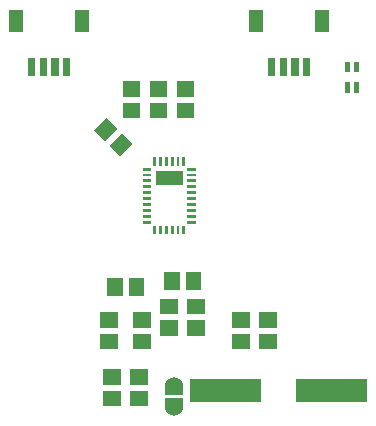
<source format=gbr>
G04 start of page 10 for group -4015 idx -4015 *
G04 Title: (unknown), toppaste *
G04 Creator: pcb 20140316 *
G04 CreationDate: Sun 30 Dec 2018 08:06:51 PM GMT UTC *
G04 For: railfan *
G04 Format: Gerber/RS-274X *
G04 PCB-Dimensions (mil): 2200.00 1600.00 *
G04 PCB-Coordinate-Origin: lower left *
%MOIN*%
%FSLAX25Y25*%
%LNTOPPASTE*%
%ADD87R,0.0167X0.0167*%
%ADD86C,0.0001*%
%ADD85R,0.0512X0.0512*%
%ADD84R,0.0300X0.0300*%
%ADD83C,0.0600*%
%ADD82R,0.0787X0.0787*%
%ADD81R,0.0098X0.0098*%
%ADD80R,0.0472X0.0472*%
%ADD79R,0.0236X0.0236*%
G54D79*X75906Y131870D02*Y128130D01*
X71969Y131870D02*Y128130D01*
X68031Y131870D02*Y128130D01*
X64094Y131870D02*Y128130D01*
G54D80*X81024Y146437D02*Y144075D01*
X58976Y146437D02*Y144075D01*
G54D79*X155906Y131870D02*Y128130D01*
X151969Y131870D02*Y128130D01*
X148031Y131870D02*Y128130D01*
X144094Y131870D02*Y128130D01*
G54D80*X161024Y146437D02*Y144075D01*
X138976Y146437D02*Y144075D01*
G54D81*X116594Y78142D02*X118366D01*
X116594Y80110D02*X118366D01*
X116594Y82079D02*X118366D01*
X116594Y84047D02*X118366D01*
X116594Y86016D02*X118366D01*
X116594Y87984D02*X118366D01*
X116594Y89953D02*X118366D01*
X116594Y91921D02*X118366D01*
X116594Y93890D02*X118366D01*
X116594Y95858D02*X118366D01*
X114921Y99303D02*Y97531D01*
X112953Y99303D02*Y97531D01*
X110984Y99303D02*Y97531D01*
X109016Y99303D02*Y97531D01*
X107047Y99303D02*Y97531D01*
X105079Y99303D02*Y97531D01*
X101634Y95858D02*X103406D01*
X101634Y93890D02*X103406D01*
X101634Y91921D02*X103406D01*
X101634Y89953D02*X103406D01*
X101634Y87984D02*X103406D01*
X101634Y86016D02*X103406D01*
X101634Y84047D02*X103406D01*
X101634Y82079D02*X103406D01*
X101634Y80110D02*X103406D01*
X101634Y78142D02*X103406D01*
X105079Y76469D02*Y74697D01*
X107047Y76469D02*Y74697D01*
X109016Y76469D02*Y74697D01*
X110984Y76469D02*Y74697D01*
X112953Y76469D02*Y74697D01*
X114921Y76469D02*Y74697D01*
G54D80*X107835Y92906D02*X112165D01*
G54D82*X120909Y22000D02*X136657D01*
X156343D02*X172091D01*
G54D83*X111500Y23400D03*
G54D84*X110000Y21900D02*X113000D01*
G54D83*X111500Y16600D03*
G54D84*X110000Y18100D02*X113000D01*
G54D85*X133607Y45543D02*X134393D01*
X133607Y38457D02*X134393D01*
X142607Y45543D02*X143393D01*
X142607Y38457D02*X143393D01*
X91957Y56893D02*Y56107D01*
X99043Y56893D02*Y56107D01*
X100607Y45543D02*X101393D01*
X100607Y38457D02*X101393D01*
X89607Y45543D02*X90393D01*
X89607Y38457D02*X90393D01*
X90607Y26543D02*X91393D01*
X90607Y19457D02*X91393D01*
X99607Y26543D02*X100393D01*
X99607Y19457D02*X100393D01*
X109607Y42914D02*X110393D01*
X109607Y50000D02*X110393D01*
X118607Y42914D02*X119393D01*
X118607Y50000D02*X119393D01*
X110957Y58893D02*Y58107D01*
X118043Y58893D02*Y58107D01*
X106107Y115457D02*X106893D01*
X106107Y122543D02*X106893D01*
X115107Y115457D02*X115893D01*
X115107Y122543D02*X115893D01*
X97107Y115457D02*X97893D01*
X97107Y122543D02*X97893D01*
G54D86*G36*
X90109Y103717D02*X94283Y107891D01*
X97902Y104272D01*
X93728Y100098D01*
X90109Y103717D01*
G37*
G36*
X85098Y108728D02*X89272Y112902D01*
X92891Y109283D01*
X88717Y105109D01*
X85098Y108728D01*
G37*
G54D87*X169425Y124087D02*Y122217D01*
X172575Y124087D02*Y122217D01*
Y130783D02*Y128913D01*
X169425Y130783D02*Y128913D01*
M02*

</source>
